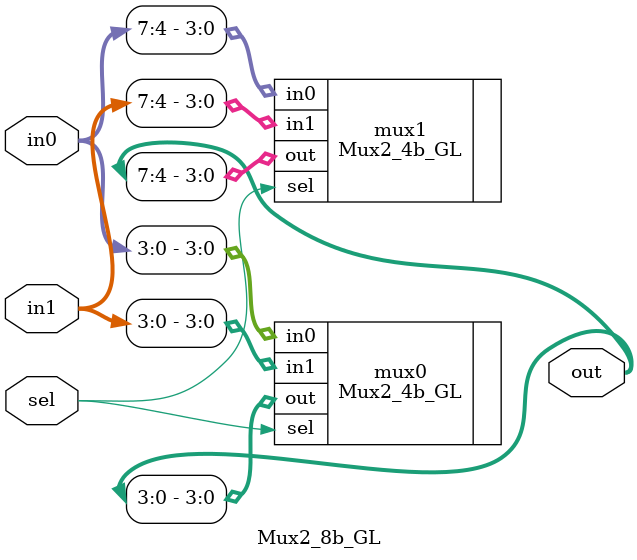
<source format=v>

`ifndef MUX2_8B_GL
`define MUX2_8B_GL

`include "Mux2_4b_GL.v"

module Mux2_8b_GL
(
  (* keep=1 *) input  wire [7:0] in0,
  (* keep=1 *) input  wire [7:0] in1,
  (* keep=1 *) input  wire       sel,
  (* keep=1 *) output wire [7:0] out
);

  // Mux with 4 least significant bit 
  Mux2_4b_GL mux0(
    .in0(in0[3:0]),
    .in1(in1[3:0]),
    .sel(sel),
    .out(out[3:0])
  );

  // Mux with 4 most significant bit
  Mux2_4b_GL mux1(
    .in0(in0[7:4]),
    .in1(in1[7:4]),
    .sel(sel),
    .out(out[7:4])
  );

endmodule

`endif /* MUX2_8B_GL */


</source>
